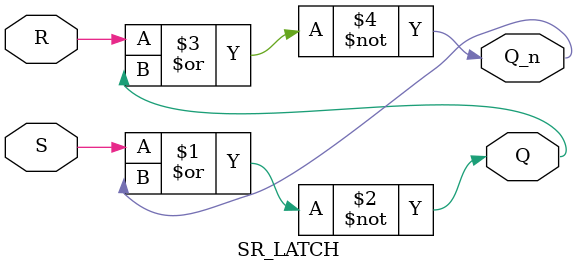
<source format=v>
module SR_LATCH (
    input S,     // Set input
    input R,     // Reset input
    output Q,    // Output
    output Q_n   // Complementary output
);

    // SR Latch behavior using NOR gates
    assign Q = ~(S | Q_n);    // NOR logic for Q
    assign Q_n = ~(R | Q);    // NOR logic for Q_n

endmodule


</source>
